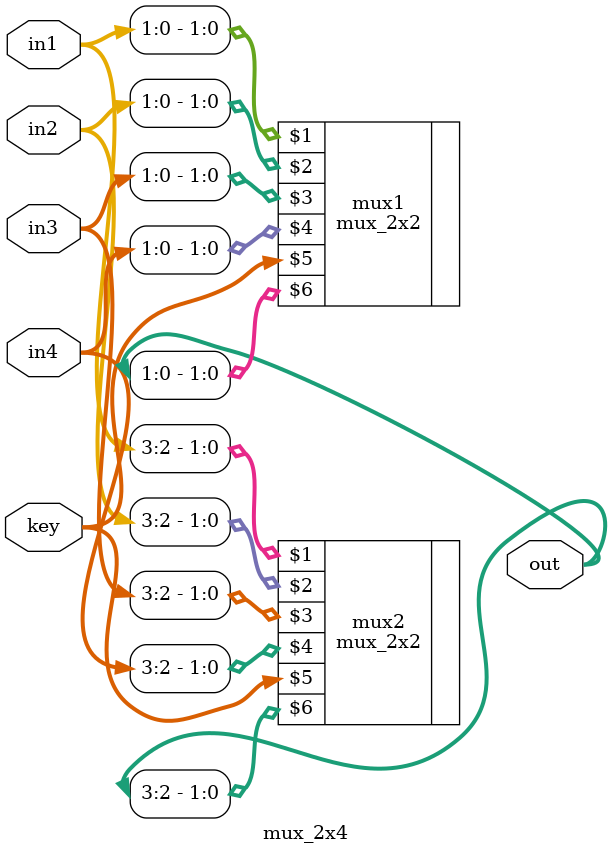
<source format=v>

`ifndef MULTIPLEXER_2X4
`define MULTIPLEXER_2X4

`include "mux_2x2.v"

module mux_2x4 (input [3:0] in1, input [3:0] in2, input [3:0] in3, input [3:0] in4, input [1:0] key, output [3:0] out);

    mux_2x2 mux1(in1[1:0], in2[1:0], in3[1:0], in4[1:0], key, out[1:0]);
    mux_2x2 mux2(in1[3:2], in2[3:2], in3[3:2], in4[3:2], key, out[3:2]);

endmodule

`endif
</source>
